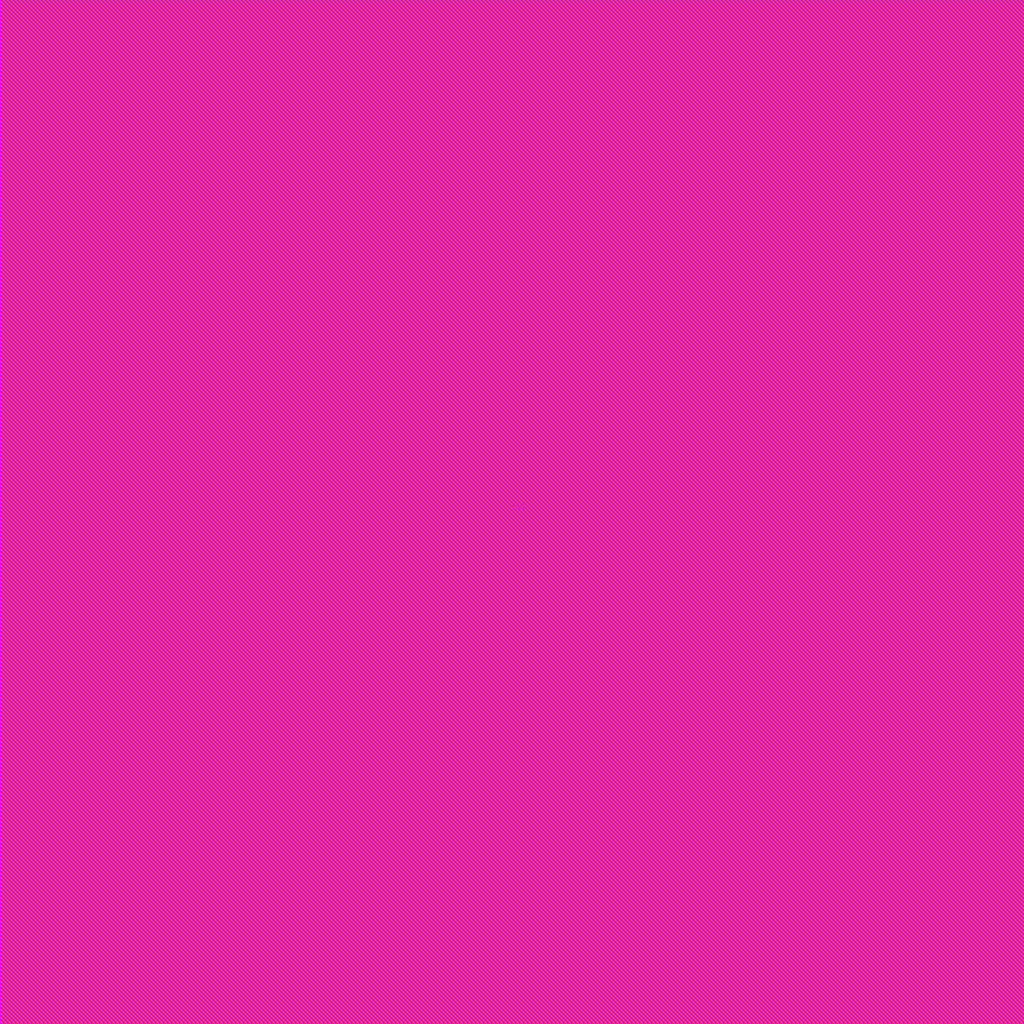
<source format=lef>
VERSION 5.8 ;

MACRO bondpad_70x70
  CLASS COVER ;
  ORIGIN 0 0 ;
  FOREIGN bondpad_70x70 0 0 ;
  SIZE 70.0 BY 70.0 ;
  SYMMETRY X Y R90 ;
  SITE sg13g2_ioSite ;
  PIN pad
    USE SIGNAL ;
    PORT
      LAYER Metal2 ;
        RECT 0 0 70.0 70.0 ;
      LAYER Metal3 ;
        RECT 0 0 70.0 70.0 ;
      LAYER Metal4 ;
        RECT 0 0 70.0 70.0 ;
      LAYER Metal5 ;
        RECT 0 0 70.0 70.0 ;
      LAYER TopMetal1 ;
        RECT 0 0 70.0 70.0 ;
      LAYER TopMetal2 ;
        RECT 0 0 70.0 70.0 ;
    END
  END pad

  OBS
    LAYER Metal1 ;
      RECT 0 0 70.0 70.0 ;
    LAYER Metal2 ;
      RECT 0 0 70.0 70.0 ;
    LAYER Metal3 ;
      RECT 0 0 70.0 70.0 ;
    LAYER Metal4 ;
      RECT 0 0 70.0 70.0 ;
    LAYER Metal5 ;
      RECT 0 0 70.0 70.0 ;
    LAYER TopMetal1 ;
      RECT 0 0 70.0 70.0 ;
    LAYER TopMetal2 ;
      RECT 0 0 70.0 70.0 ;
  END
END bondpad_70x70

</source>
